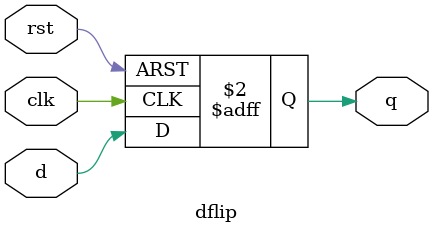
<source format=v>
module dflip #(parameter WIDTH = 1 ,
               parameter INIT_VALUE = {WIDTH{1'b0}}) (
	clk,
	rst,
    d,
    q
);

input clk;
input rst;
input [WIDTH - 1: 0] d;
output reg [WIDTH - 1: 0] q;

always @(posedge clk or posedge rst) begin
    if(rst) begin
        q <= INIT_VALUE;
    end
    else begin
        q <= d;
    end
end

endmodule


</source>
